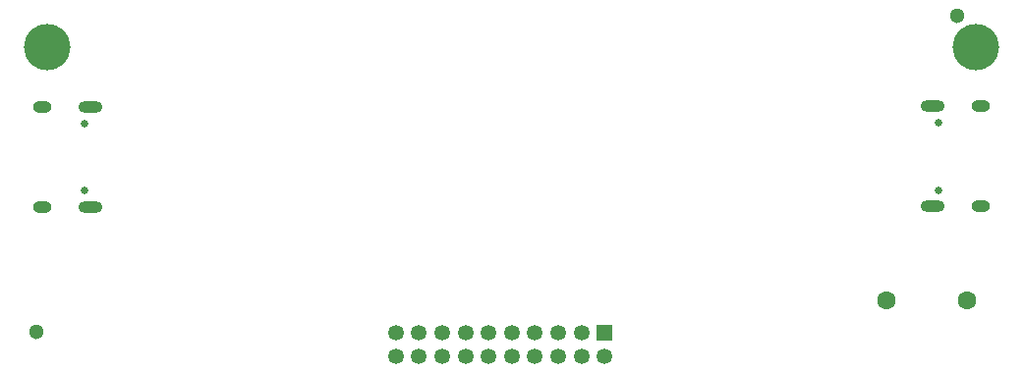
<source format=gbs>
G04 #@! TF.GenerationSoftware,KiCad,Pcbnew,9.0.1-rc2*
G04 #@! TF.CreationDate,2025-11-09T15:09:06-08:00*
G04 #@! TF.ProjectId,bsl_drv_v1,62736c5f-6472-4765-9f76-312e6b696361,rev?*
G04 #@! TF.SameCoordinates,Original*
G04 #@! TF.FileFunction,Soldermask,Bot*
G04 #@! TF.FilePolarity,Negative*
%FSLAX46Y46*%
G04 Gerber Fmt 4.6, Leading zero omitted, Abs format (unit mm)*
G04 Created by KiCad (PCBNEW 9.0.1-rc2) date 2025-11-09 15:09:06*
%MOMM*%
%LPD*%
G01*
G04 APERTURE LIST*
%ADD10C,1.300000*%
%ADD11R,1.350000X1.350000*%
%ADD12C,1.350000*%
%ADD13C,1.600000*%
%ADD14C,0.650000*%
%ADD15O,2.100000X1.000000*%
%ADD16O,1.600000X1.000000*%
%ADD17C,4.000000*%
G04 APERTURE END LIST*
D10*
X121350000Y-86850000D03*
X42000000Y-114100000D03*
D11*
X91000000Y-114200000D03*
D12*
X91000000Y-116200000D03*
X89000000Y-114200000D03*
X89000000Y-116200000D03*
X87000000Y-114200000D03*
X87000000Y-116200000D03*
X85000000Y-114200000D03*
X85000000Y-116200000D03*
X83000000Y-114200000D03*
X83000000Y-116200000D03*
X81000000Y-114200000D03*
X81000000Y-116200000D03*
X79000000Y-114200000D03*
X79000000Y-116200000D03*
X77000000Y-114200000D03*
X77000000Y-116200000D03*
X75000000Y-114200000D03*
X75000000Y-116200000D03*
X73000000Y-114200000D03*
X73000000Y-116200000D03*
D13*
X122250000Y-111400000D03*
X115250000Y-111400000D03*
D14*
X119773999Y-101852479D03*
X119773999Y-96072479D03*
D15*
X119243999Y-103282479D03*
D16*
X123423999Y-103282479D03*
D15*
X119243999Y-94642479D03*
D16*
X123423999Y-94642479D03*
D14*
X46200000Y-96110000D03*
X46200000Y-101890000D03*
D15*
X46730000Y-94680000D03*
D16*
X42550000Y-94680000D03*
D15*
X46730000Y-103320000D03*
D16*
X42550000Y-103320000D03*
D17*
X43000000Y-89500000D03*
X122999998Y-89500000D03*
M02*

</source>
